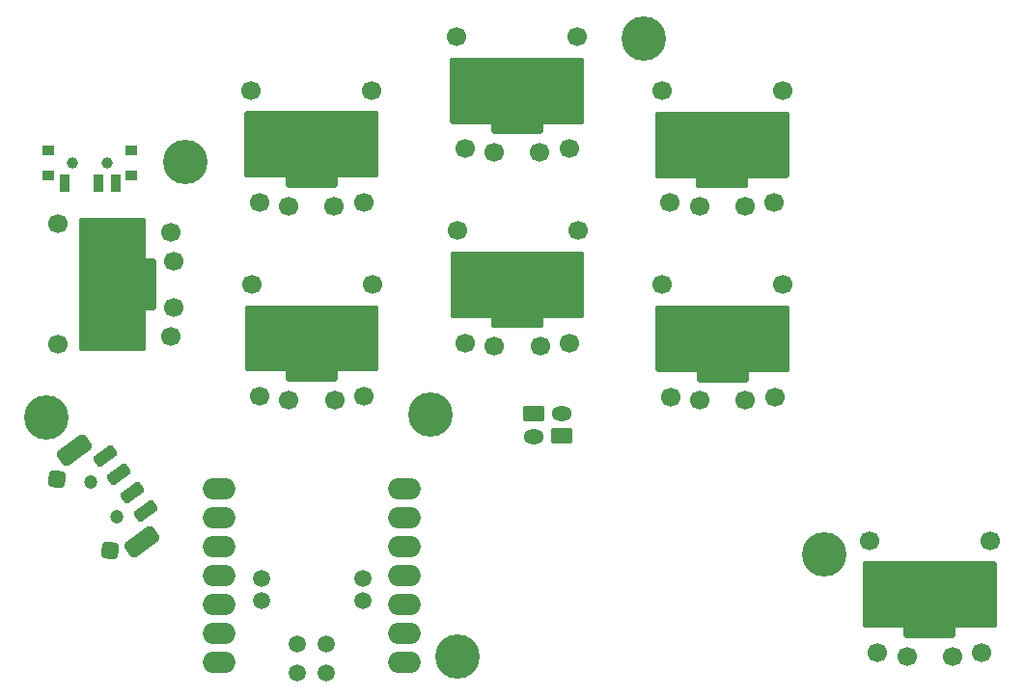
<source format=gbr>
%TF.GenerationSoftware,KiCad,Pcbnew,8.0.2*%
%TF.CreationDate,2024-07-06T21:08:24-05:00*%
%TF.ProjectId,bonsai,626f6e73-6169-42e6-9b69-6361645f7063,v1*%
%TF.SameCoordinates,Original*%
%TF.FileFunction,Soldermask,Bot*%
%TF.FilePolarity,Negative*%
%FSLAX46Y46*%
G04 Gerber Fmt 4.6, Leading zero omitted, Abs format (unit mm)*
G04 Created by KiCad (PCBNEW 8.0.2) date 2024-07-06 21:08:24*
%MOMM*%
%LPD*%
G01*
G04 APERTURE LIST*
G04 Aperture macros list*
%AMRoundRect*
0 Rectangle with rounded corners*
0 $1 Rounding radius*
0 $2 $3 $4 $5 $6 $7 $8 $9 X,Y pos of 4 corners*
0 Add a 4 corners polygon primitive as box body*
4,1,4,$2,$3,$4,$5,$6,$7,$8,$9,$2,$3,0*
0 Add four circle primitives for the rounded corners*
1,1,$1+$1,$2,$3*
1,1,$1+$1,$4,$5*
1,1,$1+$1,$6,$7*
1,1,$1+$1,$8,$9*
0 Add four rect primitives between the rounded corners*
20,1,$1+$1,$2,$3,$4,$5,0*
20,1,$1+$1,$4,$5,$6,$7,0*
20,1,$1+$1,$6,$7,$8,$9,0*
20,1,$1+$1,$8,$9,$2,$3,0*%
G04 Aperture macros list end*
%ADD10C,1.497000*%
%ADD11C,1.700000*%
%ADD12O,0.300000X5.800000*%
%ADD13O,2.000000X5.800000*%
%ADD14O,0.300000X1.100000*%
%ADD15O,4.500000X0.300000*%
%ADD16O,4.500000X1.000000*%
%ADD17O,11.700000X0.300000*%
%ADD18O,11.700000X5.800000*%
%ADD19C,1.000000*%
%ADD20C,3.900000*%
%ADD21C,1.200000*%
%ADD22O,1.800000X1.300000*%
%ADD23RoundRect,0.050000X-0.850000X0.600000X-0.850000X-0.600000X0.850000X-0.600000X0.850000X0.600000X0*%
%ADD24O,5.800000X0.300000*%
%ADD25O,5.800000X2.000000*%
%ADD26O,1.100000X0.300000*%
%ADD27O,0.300000X4.500000*%
%ADD28O,1.000000X4.500000*%
%ADD29O,0.300000X11.700000*%
%ADD30O,5.800000X11.700000*%
%ADD31RoundRect,0.050000X0.850000X-0.600000X0.850000X0.600000X-0.850000X0.600000X-0.850000X-0.600000X0*%
%ADD32O,2.850000X1.900000*%
%ADD33RoundRect,0.050000X-0.350000X-0.750000X0.350000X-0.750000X0.350000X0.750000X-0.350000X0.750000X0*%
%ADD34RoundRect,0.050000X-0.349987X-0.750006X0.350013X-0.749994X0.349987X0.750006X-0.350013X0.749994X0*%
%ADD35RoundRect,0.050000X-0.500000X-0.400000X0.500000X-0.400000X0.500000X0.400000X-0.500000X0.400000X0*%
%ADD36RoundRect,0.275000X-0.786983X-0.238554X-0.460602X-0.681245X0.786983X0.238554X0.460602X0.681245X0*%
%ADD37RoundRect,0.400000X-1.162995X-0.360474X-0.688260X-1.004389X1.162995X0.360474X0.688260X1.004389X0*%
%ADD38RoundRect,0.375000X-0.426859X-0.314708X0.314708X-0.426859X0.426859X0.314708X-0.314708X0.426859X0*%
G04 APERTURE END LIST*
D10*
%TO.C,U?*%
X36151440Y-67415000D03*
X45041440Y-67415000D03*
X36151440Y-65510000D03*
X45041440Y-65510000D03*
%TD*%
D11*
%TO.C,REF\u002A\u002A*%
X35266400Y-39639000D03*
X45866400Y-39639000D03*
X45146400Y-49489000D03*
X35986400Y-49489000D03*
X42566400Y-49789000D03*
X38566400Y-49789000D03*
D12*
X46266400Y-44389000D03*
D13*
X45416400Y-44389000D03*
D14*
X42666400Y-47639000D03*
D15*
X40566400Y-48039000D03*
D16*
X40566400Y-47689000D03*
D17*
X40566400Y-47139000D03*
D18*
X40566400Y-44389000D03*
D17*
X40566400Y-41639000D03*
D14*
X38466400Y-47639000D03*
D13*
X35716400Y-44389000D03*
D12*
X34866400Y-44389000D03*
%TD*%
D11*
%TO.C,REF\u002A\u002A*%
X71266400Y-22639000D03*
X81866400Y-22639000D03*
X81146400Y-32489000D03*
X71986400Y-32489000D03*
X78566400Y-32789000D03*
X74566400Y-32789000D03*
D12*
X82266400Y-27389000D03*
D13*
X81416400Y-27389000D03*
D14*
X78666400Y-30639000D03*
D15*
X76566400Y-31039000D03*
D16*
X76566400Y-30689000D03*
D17*
X76566400Y-30139000D03*
D18*
X76566400Y-27389000D03*
D17*
X76566400Y-24639000D03*
D14*
X74466400Y-30639000D03*
D13*
X71716400Y-27389000D03*
D12*
X70866400Y-27389000D03*
%TD*%
D19*
%TO.C,REF\u002A\u002A*%
X19600000Y-28995000D03*
X22600000Y-28994999D03*
%TD*%
D11*
%TO.C,REF\u002A\u002A*%
X89466400Y-62139000D03*
X100066400Y-62139000D03*
X99346400Y-71989000D03*
X90186400Y-71989000D03*
X96766400Y-72289000D03*
X92766400Y-72289000D03*
D12*
X100466400Y-66889000D03*
D13*
X99616400Y-66889000D03*
D14*
X96866400Y-70139000D03*
D15*
X94766400Y-70539000D03*
D16*
X94766400Y-70189000D03*
D17*
X94766400Y-69639000D03*
D18*
X94766400Y-66889000D03*
D17*
X94766400Y-64139000D03*
D14*
X92666400Y-70139000D03*
D13*
X89916400Y-66889000D03*
D12*
X89066400Y-66889000D03*
%TD*%
D20*
%TO.C,REF\u002A\u002A*%
X85500000Y-63350000D03*
%TD*%
D21*
%TO.C,REF\u002A\u002A*%
X21166096Y-56967888D03*
X23421088Y-60026484D03*
%TD*%
D20*
%TO.C,REF\u002A\u002A*%
X53300000Y-72350000D03*
%TD*%
D11*
%TO.C,REF\u002A\u002A*%
X53300000Y-34925000D03*
X63900000Y-34925000D03*
X63180000Y-44775000D03*
X54020000Y-44775000D03*
X60600000Y-45075000D03*
X56600000Y-45075000D03*
D12*
X64300000Y-39675000D03*
D13*
X63450000Y-39675000D03*
D14*
X60700000Y-42925000D03*
D15*
X58600000Y-43325000D03*
D16*
X58600000Y-42975000D03*
D17*
X58600000Y-42425000D03*
D18*
X58600000Y-39675000D03*
D17*
X58600000Y-36925000D03*
D14*
X56500000Y-42925000D03*
D13*
X53750000Y-39675000D03*
D12*
X52900000Y-39675000D03*
%TD*%
D11*
%TO.C,REF\u002A\u002A*%
X35232800Y-22603000D03*
X45832800Y-22603000D03*
X45112800Y-32453000D03*
X35952800Y-32453000D03*
X42532800Y-32753000D03*
X38532800Y-32753000D03*
D12*
X46232800Y-27353000D03*
D13*
X45382800Y-27353000D03*
D14*
X42632800Y-30603000D03*
D15*
X40532800Y-31003000D03*
D16*
X40532800Y-30653000D03*
D17*
X40532800Y-30103000D03*
D18*
X40532800Y-27353000D03*
D17*
X40532800Y-24603000D03*
D14*
X38432800Y-30603000D03*
D13*
X35682800Y-27353000D03*
D12*
X34832800Y-27353000D03*
%TD*%
D20*
%TO.C,*%
X50950000Y-51050000D03*
%TD*%
D22*
%TO.C,REF\u002A\u002A*%
X60066400Y-52989000D03*
D23*
X60066400Y-50989000D03*
%TD*%
D20*
%TO.C,REF\u002A\u002A*%
X29450000Y-28900000D03*
%TD*%
%TO.C,REF\u002A\u002A*%
X69700000Y-18050000D03*
%TD*%
%TO.C,REF\u002A\u002A*%
X17300000Y-51300000D03*
%TD*%
D11*
%TO.C,REF\u002A\u002A*%
X53266400Y-17889000D03*
X63866400Y-17889000D03*
X63146400Y-27739000D03*
X53986400Y-27739000D03*
X60566400Y-28039000D03*
X56566400Y-28039000D03*
D12*
X64266400Y-22639000D03*
D13*
X63416400Y-22639000D03*
D14*
X60666400Y-25889000D03*
D15*
X58566400Y-26289000D03*
D16*
X58566400Y-25939000D03*
D17*
X58566400Y-25389000D03*
D18*
X58566400Y-22639000D03*
D17*
X58566400Y-19889000D03*
D14*
X56466400Y-25889000D03*
D13*
X53716400Y-22639000D03*
D12*
X52866400Y-22639000D03*
%TD*%
D11*
%TO.C,REF\u002A\u002A*%
X71300000Y-39675000D03*
X81900000Y-39675000D03*
X81180000Y-49525000D03*
X72020000Y-49525000D03*
X78600000Y-49825000D03*
X74600000Y-49825000D03*
D12*
X82300000Y-44425000D03*
D13*
X81450000Y-44425000D03*
D14*
X78700000Y-47675000D03*
D15*
X76600000Y-48075000D03*
D16*
X76600000Y-47725000D03*
D17*
X76600000Y-47175000D03*
D18*
X76600000Y-44425000D03*
D17*
X76600000Y-41675000D03*
D14*
X74500000Y-47675000D03*
D13*
X71750000Y-44425000D03*
D12*
X70900000Y-44425000D03*
%TD*%
D11*
%TO.C,REF\u002A\u002A*%
X18316400Y-44939000D03*
X18316400Y-34339000D03*
X28166400Y-35059000D03*
X28166400Y-44219000D03*
X28466400Y-37639000D03*
X28466400Y-41639000D03*
D24*
X23066400Y-33939000D03*
D25*
X23066400Y-34789000D03*
D26*
X26316400Y-37539000D03*
D27*
X26716400Y-39639000D03*
D28*
X26366400Y-39639000D03*
D29*
X25816400Y-39639000D03*
D30*
X23066400Y-39639000D03*
D29*
X20316400Y-39639000D03*
D26*
X26316400Y-41739000D03*
D25*
X23066400Y-44489000D03*
D24*
X23066400Y-45339000D03*
%TD*%
D22*
%TO.C,REF\u002A\u002A*%
X62450000Y-50975002D03*
D31*
X62450000Y-52975000D03*
%TD*%
D10*
%TO.C,U?*%
X41836400Y-71221000D03*
X39296400Y-71221000D03*
X41836400Y-73761000D03*
X39296400Y-73761000D03*
D32*
X48661360Y-72809000D03*
X48661360Y-70269000D03*
X48661360Y-67729000D03*
X48661360Y-65189000D03*
X48661360Y-62649000D03*
X48661360Y-60109000D03*
X48661360Y-57569000D03*
X32471440Y-57569000D03*
X32471440Y-60109000D03*
X32471440Y-62649000D03*
X32471440Y-65189000D03*
X32471440Y-67729000D03*
X32471440Y-70269000D03*
X32471440Y-72809000D03*
%TD*%
D33*
%TO.C,REF\u002A\u002A*%
X23350001Y-30755000D03*
D34*
X21850002Y-30755001D03*
D33*
X18850001Y-30755000D03*
D35*
X24750001Y-27895000D03*
X24750000Y-30105001D03*
D19*
X22600000Y-28995000D03*
X19599999Y-28995001D03*
D35*
X17450001Y-30105000D03*
X17450001Y-27895000D03*
%TD*%
D36*
%TO.C,REF\u002A\u002A*%
X24772170Y-57969327D03*
D37*
X25697036Y-62257055D03*
D38*
X22830814Y-63003576D03*
X18202149Y-56725406D03*
D37*
X19762848Y-54208118D03*
D36*
X23585337Y-56359546D03*
X25959009Y-59579119D03*
X22398491Y-54749752D03*
D21*
X23454992Y-60058598D03*
X21200000Y-57000000D03*
%TD*%
M02*

</source>
